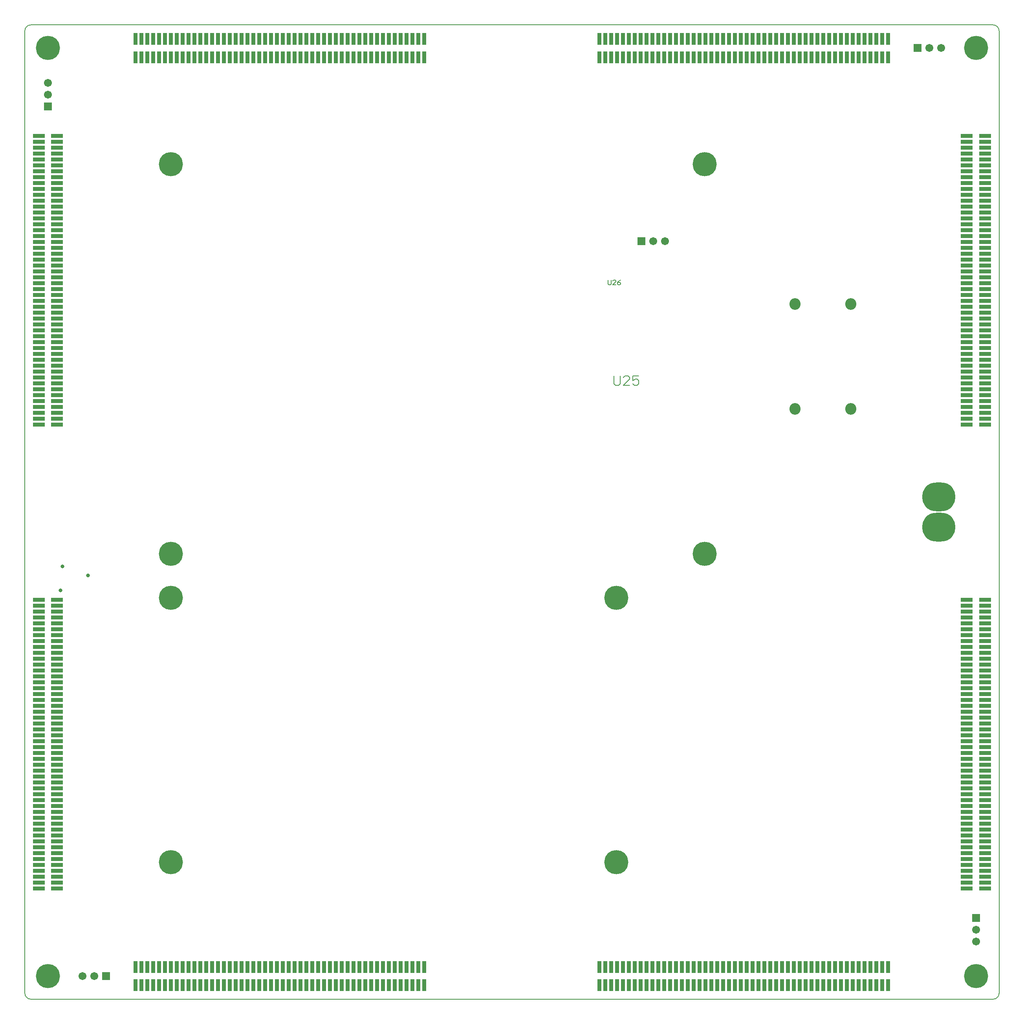
<source format=gbs>
G04 Layer_Color=16711935*
%FSLAX25Y25*%
%MOIN*%
G70*
G01*
G75*
%ADD43C,0.00787*%
%ADD46C,0.00600*%
%ADD65R,0.03713X0.10249*%
%ADD92C,0.20485*%
%ADD93O,0.28359X0.24422*%
%ADD94C,0.06706*%
%ADD95R,0.06706X0.06706*%
%ADD96R,0.06706X0.06706*%
%ADD97O,0.09461X0.09855*%
%ADD98C,0.03162*%
%ADD99R,0.10249X0.03713*%
D43*
X408386Y-413386D02*
G03*
X413386Y-408386I0J5000D01*
G01*
Y408386D02*
G03*
X408386Y413386I-5000J0D01*
G01*
X-408386D02*
G03*
X-413386Y408386I0J-5000D01*
G01*
Y-408386D02*
G03*
X-408386Y-413386I5000J0D01*
G01*
X408386D01*
X-413386Y-408386D02*
Y408386D01*
X-408386Y413386D02*
X408386D01*
X413386Y-408386D02*
Y408386D01*
X86642Y115372D02*
Y108812D01*
X87954Y107500D01*
X90578D01*
X91889Y108812D01*
Y115372D01*
X99761Y107500D02*
X94513D01*
X99761Y112748D01*
Y114060D01*
X98449Y115372D01*
X95825D01*
X94513Y114060D01*
X107632Y115372D02*
X102385D01*
Y111436D01*
X105008Y112748D01*
X106320D01*
X107632Y111436D01*
Y108812D01*
X106320Y107500D01*
X103697D01*
X102385Y108812D01*
D46*
X81500Y196999D02*
Y193667D01*
X82166Y193000D01*
X83499D01*
X84166Y193667D01*
Y196999D01*
X88165Y193000D02*
X85499D01*
X88165Y195666D01*
Y196332D01*
X87498Y196999D01*
X86165D01*
X85499Y196332D01*
X92163Y196999D02*
X90830Y196332D01*
X89497Y194999D01*
Y193667D01*
X90164Y193000D01*
X91497D01*
X92163Y193667D01*
Y194333D01*
X91497Y194999D01*
X89497D01*
D65*
X74350Y401378D02*
D03*
X79350D02*
D03*
X84350D02*
D03*
X89350D02*
D03*
X94350D02*
D03*
X99350D02*
D03*
X104350D02*
D03*
X109350D02*
D03*
X114350D02*
D03*
X119350D02*
D03*
X124350D02*
D03*
X129350D02*
D03*
X134350D02*
D03*
X139350D02*
D03*
X144350D02*
D03*
X149350D02*
D03*
X154350D02*
D03*
X159350D02*
D03*
X164350D02*
D03*
X169350D02*
D03*
X174350D02*
D03*
X179350D02*
D03*
X184350D02*
D03*
X189350D02*
D03*
X194350D02*
D03*
X199350D02*
D03*
X204350D02*
D03*
X209350D02*
D03*
X214350D02*
D03*
X219350D02*
D03*
X224350D02*
D03*
X229350D02*
D03*
X234350D02*
D03*
X239350D02*
D03*
X244350D02*
D03*
X249350D02*
D03*
X254350D02*
D03*
X259350D02*
D03*
X264350D02*
D03*
X269350D02*
D03*
X274350D02*
D03*
X279350D02*
D03*
X284350D02*
D03*
X289350D02*
D03*
X294350D02*
D03*
X299350D02*
D03*
X304350D02*
D03*
X309350D02*
D03*
X314350D02*
D03*
X319350D02*
D03*
X74350Y386024D02*
D03*
X79350D02*
D03*
X84350D02*
D03*
X89350D02*
D03*
X94350D02*
D03*
X99350D02*
D03*
X104350D02*
D03*
X109350D02*
D03*
X114350D02*
D03*
X119350D02*
D03*
X124350D02*
D03*
X129350D02*
D03*
X134350D02*
D03*
X139350D02*
D03*
X144350D02*
D03*
X149350D02*
D03*
X154350D02*
D03*
X159350D02*
D03*
X164350D02*
D03*
X169350D02*
D03*
X174350D02*
D03*
X179350D02*
D03*
X184350D02*
D03*
X189350D02*
D03*
X194350D02*
D03*
X199350D02*
D03*
X204350D02*
D03*
X209350D02*
D03*
X214350D02*
D03*
X219350D02*
D03*
X224350D02*
D03*
X229350D02*
D03*
X234350D02*
D03*
X239350D02*
D03*
X244350D02*
D03*
X249350D02*
D03*
X254350D02*
D03*
X259350D02*
D03*
X264350D02*
D03*
X269350D02*
D03*
X274350D02*
D03*
X279350D02*
D03*
X284350D02*
D03*
X289350D02*
D03*
X294350D02*
D03*
X299350D02*
D03*
X304350D02*
D03*
X309350D02*
D03*
X314350D02*
D03*
X319350D02*
D03*
X-74350Y386024D02*
D03*
X-79350D02*
D03*
X-84350D02*
D03*
X-89350D02*
D03*
X-94350D02*
D03*
X-99350D02*
D03*
X-104350D02*
D03*
X-109350D02*
D03*
X-114350D02*
D03*
X-119350D02*
D03*
X-124350D02*
D03*
X-129350D02*
D03*
X-134350D02*
D03*
X-139350D02*
D03*
X-144350D02*
D03*
X-149350D02*
D03*
X-154350D02*
D03*
X-159350D02*
D03*
X-164350D02*
D03*
X-169350D02*
D03*
X-174350D02*
D03*
X-179350D02*
D03*
X-184350D02*
D03*
X-189350D02*
D03*
X-194350D02*
D03*
X-199350D02*
D03*
X-204350D02*
D03*
X-209350D02*
D03*
X-214350D02*
D03*
X-219350D02*
D03*
X-224350D02*
D03*
X-229350D02*
D03*
X-234350D02*
D03*
X-239350D02*
D03*
X-244350D02*
D03*
X-249350D02*
D03*
X-254350D02*
D03*
X-259350D02*
D03*
X-264350D02*
D03*
X-269350D02*
D03*
X-274350D02*
D03*
X-279350D02*
D03*
X-284350D02*
D03*
X-289350D02*
D03*
X-294350D02*
D03*
X-299350D02*
D03*
X-304350D02*
D03*
X-309350D02*
D03*
X-314350D02*
D03*
X-319350D02*
D03*
X-74350Y401378D02*
D03*
X-79350D02*
D03*
X-84350D02*
D03*
X-89350D02*
D03*
X-94350D02*
D03*
X-99350D02*
D03*
X-104350D02*
D03*
X-109350D02*
D03*
X-114350D02*
D03*
X-119350D02*
D03*
X-124350D02*
D03*
X-129350D02*
D03*
X-134350D02*
D03*
X-139350D02*
D03*
X-144350D02*
D03*
X-149350D02*
D03*
X-154350D02*
D03*
X-159350D02*
D03*
X-164350D02*
D03*
X-169350D02*
D03*
X-174350D02*
D03*
X-179350D02*
D03*
X-184350D02*
D03*
X-189350D02*
D03*
X-194350D02*
D03*
X-199350D02*
D03*
X-204350D02*
D03*
X-209350D02*
D03*
X-214350D02*
D03*
X-219350D02*
D03*
X-224350D02*
D03*
X-229350D02*
D03*
X-234350D02*
D03*
X-239350D02*
D03*
X-244350D02*
D03*
X-249350D02*
D03*
X-254350D02*
D03*
X-259350D02*
D03*
X-264350D02*
D03*
X-269350D02*
D03*
X-274350D02*
D03*
X-279350D02*
D03*
X-284350D02*
D03*
X-289350D02*
D03*
X-294350D02*
D03*
X-299350D02*
D03*
X-304350D02*
D03*
X-309350D02*
D03*
X-314350D02*
D03*
X-319350D02*
D03*
X-74350Y-401378D02*
D03*
X-79350D02*
D03*
X-84350D02*
D03*
X-89350D02*
D03*
X-94350D02*
D03*
X-99350D02*
D03*
X-104350D02*
D03*
X-109350D02*
D03*
X-114350D02*
D03*
X-119350D02*
D03*
X-124350D02*
D03*
X-129350D02*
D03*
X-134350D02*
D03*
X-139350D02*
D03*
X-144350D02*
D03*
X-149350D02*
D03*
X-154350D02*
D03*
X-159350D02*
D03*
X-164350D02*
D03*
X-169350D02*
D03*
X-174350D02*
D03*
X-179350D02*
D03*
X-184350D02*
D03*
X-189350D02*
D03*
X-194350D02*
D03*
X-199350D02*
D03*
X-204350D02*
D03*
X-209350D02*
D03*
X-214350D02*
D03*
X-219350D02*
D03*
X-224350D02*
D03*
X-229350D02*
D03*
X-234350D02*
D03*
X-239350D02*
D03*
X-244350D02*
D03*
X-249350D02*
D03*
X-254350D02*
D03*
X-259350D02*
D03*
X-264350D02*
D03*
X-269350D02*
D03*
X-274350D02*
D03*
X-279350D02*
D03*
X-284350D02*
D03*
X-289350D02*
D03*
X-294350D02*
D03*
X-299350D02*
D03*
X-304350D02*
D03*
X-309350D02*
D03*
X-314350D02*
D03*
X-319350D02*
D03*
X-74350Y-386024D02*
D03*
X-79350D02*
D03*
X-84350D02*
D03*
X-89350D02*
D03*
X-94350D02*
D03*
X-99350D02*
D03*
X-104350D02*
D03*
X-109350D02*
D03*
X-114350D02*
D03*
X-119350D02*
D03*
X-124350D02*
D03*
X-129350D02*
D03*
X-134350D02*
D03*
X-139350D02*
D03*
X-144350D02*
D03*
X-149350D02*
D03*
X-154350D02*
D03*
X-159350D02*
D03*
X-164350D02*
D03*
X-169350D02*
D03*
X-174350D02*
D03*
X-179350D02*
D03*
X-184350D02*
D03*
X-189350D02*
D03*
X-194350D02*
D03*
X-199350D02*
D03*
X-204350D02*
D03*
X-209350D02*
D03*
X-214350D02*
D03*
X-219350D02*
D03*
X-224350D02*
D03*
X-229350D02*
D03*
X-234350D02*
D03*
X-239350D02*
D03*
X-244350D02*
D03*
X-249350D02*
D03*
X-254350D02*
D03*
X-259350D02*
D03*
X-264350D02*
D03*
X-269350D02*
D03*
X-274350D02*
D03*
X-279350D02*
D03*
X-284350D02*
D03*
X-289350D02*
D03*
X-294350D02*
D03*
X-299350D02*
D03*
X-304350D02*
D03*
X-309350D02*
D03*
X-314350D02*
D03*
X-319350D02*
D03*
X74350D02*
D03*
X79350D02*
D03*
X84350D02*
D03*
X89350D02*
D03*
X94350D02*
D03*
X99350D02*
D03*
X104350D02*
D03*
X109350D02*
D03*
X114350D02*
D03*
X119350D02*
D03*
X124350D02*
D03*
X129350D02*
D03*
X134350D02*
D03*
X139350D02*
D03*
X144350D02*
D03*
X149350D02*
D03*
X154350D02*
D03*
X159350D02*
D03*
X164350D02*
D03*
X169350D02*
D03*
X174350D02*
D03*
X179350D02*
D03*
X184350D02*
D03*
X189350D02*
D03*
X194350D02*
D03*
X199350D02*
D03*
X204350D02*
D03*
X209350D02*
D03*
X214350D02*
D03*
X219350D02*
D03*
X224350D02*
D03*
X229350D02*
D03*
X234350D02*
D03*
X239350D02*
D03*
X244350D02*
D03*
X249350D02*
D03*
X254350D02*
D03*
X259350D02*
D03*
X264350D02*
D03*
X269350D02*
D03*
X274350D02*
D03*
X279350D02*
D03*
X284350D02*
D03*
X289350D02*
D03*
X294350D02*
D03*
X299350D02*
D03*
X304350D02*
D03*
X309350D02*
D03*
X314350D02*
D03*
X319350D02*
D03*
X74350Y-401378D02*
D03*
X79350D02*
D03*
X84350D02*
D03*
X89350D02*
D03*
X94350D02*
D03*
X99350D02*
D03*
X104350D02*
D03*
X109350D02*
D03*
X114350D02*
D03*
X119350D02*
D03*
X124350D02*
D03*
X129350D02*
D03*
X134350D02*
D03*
X139350D02*
D03*
X144350D02*
D03*
X149350D02*
D03*
X154350D02*
D03*
X159350D02*
D03*
X164350D02*
D03*
X169350D02*
D03*
X174350D02*
D03*
X179350D02*
D03*
X184350D02*
D03*
X189350D02*
D03*
X194350D02*
D03*
X199350D02*
D03*
X204350D02*
D03*
X209350D02*
D03*
X214350D02*
D03*
X219350D02*
D03*
X224350D02*
D03*
X229350D02*
D03*
X234350D02*
D03*
X239350D02*
D03*
X244350D02*
D03*
X249350D02*
D03*
X254350D02*
D03*
X259350D02*
D03*
X264350D02*
D03*
X269350D02*
D03*
X274350D02*
D03*
X279350D02*
D03*
X284350D02*
D03*
X289350D02*
D03*
X294350D02*
D03*
X299350D02*
D03*
X304350D02*
D03*
X309350D02*
D03*
X314350D02*
D03*
X319350D02*
D03*
D92*
X-289370Y-297244D02*
D03*
X88583D02*
D03*
Y-72835D02*
D03*
X-289370D02*
D03*
X163386Y295276D02*
D03*
Y-35433D02*
D03*
X-289370D02*
D03*
Y295276D02*
D03*
X-393701Y-393701D02*
D03*
X393701D02*
D03*
X-393701Y393701D02*
D03*
X393701D02*
D03*
D93*
X362205Y-12795D02*
D03*
Y12795D02*
D03*
D94*
X393701Y-364331D02*
D03*
Y-354331D02*
D03*
X130000Y230000D02*
D03*
X120000D02*
D03*
X364331Y393701D02*
D03*
X354331D02*
D03*
X-364331Y-393701D02*
D03*
X-354331D02*
D03*
X-393701Y364331D02*
D03*
Y354331D02*
D03*
D95*
X393701Y-344331D02*
D03*
X-393701Y344331D02*
D03*
D96*
X110000Y230000D02*
D03*
X344331Y393701D02*
D03*
X-344331Y-393701D02*
D03*
D97*
X287402Y87402D02*
D03*
Y176378D02*
D03*
X240158Y87402D02*
D03*
Y176378D02*
D03*
D98*
X-359900Y-53900D02*
D03*
X-381400Y-46000D02*
D03*
X-383100Y-66500D02*
D03*
D99*
X386024Y74350D02*
D03*
Y79350D02*
D03*
Y84350D02*
D03*
Y89350D02*
D03*
Y94350D02*
D03*
Y99350D02*
D03*
Y104350D02*
D03*
Y109350D02*
D03*
Y114350D02*
D03*
Y119350D02*
D03*
Y124350D02*
D03*
Y129350D02*
D03*
Y134350D02*
D03*
Y139350D02*
D03*
Y144350D02*
D03*
Y149350D02*
D03*
Y154350D02*
D03*
Y159350D02*
D03*
Y164350D02*
D03*
Y169350D02*
D03*
Y174350D02*
D03*
Y179350D02*
D03*
Y184350D02*
D03*
Y189350D02*
D03*
Y194350D02*
D03*
Y199350D02*
D03*
Y204350D02*
D03*
Y209350D02*
D03*
Y214350D02*
D03*
Y219350D02*
D03*
Y224350D02*
D03*
Y229350D02*
D03*
Y234350D02*
D03*
Y239350D02*
D03*
Y244350D02*
D03*
Y249350D02*
D03*
Y254350D02*
D03*
Y259350D02*
D03*
Y264350D02*
D03*
Y269350D02*
D03*
Y274350D02*
D03*
Y279350D02*
D03*
Y284350D02*
D03*
Y289350D02*
D03*
Y294350D02*
D03*
Y299350D02*
D03*
Y304350D02*
D03*
Y309350D02*
D03*
Y314350D02*
D03*
Y319350D02*
D03*
X401378Y74350D02*
D03*
Y79350D02*
D03*
Y84350D02*
D03*
Y89350D02*
D03*
Y94350D02*
D03*
Y99350D02*
D03*
Y104350D02*
D03*
Y109350D02*
D03*
Y114350D02*
D03*
Y119350D02*
D03*
Y124350D02*
D03*
Y129350D02*
D03*
Y134350D02*
D03*
Y139350D02*
D03*
Y144350D02*
D03*
Y149350D02*
D03*
Y154350D02*
D03*
Y159350D02*
D03*
Y164350D02*
D03*
Y169350D02*
D03*
Y174350D02*
D03*
Y179350D02*
D03*
Y184350D02*
D03*
Y189350D02*
D03*
Y194350D02*
D03*
Y199350D02*
D03*
Y204350D02*
D03*
Y209350D02*
D03*
Y214350D02*
D03*
Y219350D02*
D03*
Y224350D02*
D03*
Y229350D02*
D03*
Y234350D02*
D03*
Y239350D02*
D03*
Y244350D02*
D03*
Y249350D02*
D03*
Y254350D02*
D03*
Y259350D02*
D03*
Y264350D02*
D03*
Y269350D02*
D03*
Y274350D02*
D03*
Y279350D02*
D03*
Y284350D02*
D03*
Y289350D02*
D03*
Y294350D02*
D03*
Y299350D02*
D03*
Y304350D02*
D03*
Y309350D02*
D03*
Y314350D02*
D03*
Y319350D02*
D03*
X-401378Y74350D02*
D03*
Y79350D02*
D03*
Y84350D02*
D03*
Y89350D02*
D03*
Y94350D02*
D03*
Y99350D02*
D03*
Y104350D02*
D03*
Y109350D02*
D03*
Y114350D02*
D03*
Y119350D02*
D03*
Y124350D02*
D03*
Y129350D02*
D03*
Y134350D02*
D03*
Y139350D02*
D03*
Y144350D02*
D03*
Y149350D02*
D03*
Y154350D02*
D03*
Y159350D02*
D03*
Y164350D02*
D03*
Y169350D02*
D03*
Y174350D02*
D03*
Y179350D02*
D03*
Y184350D02*
D03*
Y189350D02*
D03*
Y194350D02*
D03*
Y199350D02*
D03*
Y204350D02*
D03*
Y209350D02*
D03*
Y214350D02*
D03*
Y219350D02*
D03*
Y224350D02*
D03*
Y229350D02*
D03*
Y234350D02*
D03*
Y239350D02*
D03*
Y244350D02*
D03*
Y249350D02*
D03*
Y254350D02*
D03*
Y259350D02*
D03*
Y264350D02*
D03*
Y269350D02*
D03*
Y274350D02*
D03*
Y279350D02*
D03*
Y284350D02*
D03*
Y289350D02*
D03*
Y294350D02*
D03*
Y299350D02*
D03*
Y304350D02*
D03*
Y309350D02*
D03*
Y314350D02*
D03*
Y319350D02*
D03*
X-386024Y74350D02*
D03*
Y79350D02*
D03*
Y84350D02*
D03*
Y89350D02*
D03*
Y94350D02*
D03*
Y99350D02*
D03*
Y104350D02*
D03*
Y109350D02*
D03*
Y114350D02*
D03*
Y119350D02*
D03*
Y124350D02*
D03*
Y129350D02*
D03*
Y134350D02*
D03*
Y139350D02*
D03*
Y144350D02*
D03*
Y149350D02*
D03*
Y154350D02*
D03*
Y159350D02*
D03*
Y164350D02*
D03*
Y169350D02*
D03*
Y174350D02*
D03*
Y179350D02*
D03*
Y184350D02*
D03*
Y189350D02*
D03*
Y194350D02*
D03*
Y199350D02*
D03*
Y204350D02*
D03*
Y209350D02*
D03*
Y214350D02*
D03*
Y219350D02*
D03*
Y224350D02*
D03*
Y229350D02*
D03*
Y234350D02*
D03*
Y239350D02*
D03*
Y244350D02*
D03*
Y249350D02*
D03*
Y254350D02*
D03*
Y259350D02*
D03*
Y264350D02*
D03*
Y269350D02*
D03*
Y274350D02*
D03*
Y279350D02*
D03*
Y284350D02*
D03*
Y289350D02*
D03*
Y294350D02*
D03*
Y299350D02*
D03*
Y304350D02*
D03*
Y309350D02*
D03*
Y314350D02*
D03*
Y319350D02*
D03*
Y-74350D02*
D03*
Y-79350D02*
D03*
Y-84350D02*
D03*
Y-89350D02*
D03*
Y-94350D02*
D03*
Y-99350D02*
D03*
Y-104350D02*
D03*
Y-109350D02*
D03*
Y-114350D02*
D03*
Y-119350D02*
D03*
Y-124350D02*
D03*
Y-129350D02*
D03*
Y-134350D02*
D03*
Y-139350D02*
D03*
Y-144350D02*
D03*
Y-149350D02*
D03*
Y-154350D02*
D03*
Y-159350D02*
D03*
Y-164350D02*
D03*
Y-169350D02*
D03*
Y-174350D02*
D03*
Y-179350D02*
D03*
Y-184350D02*
D03*
Y-189350D02*
D03*
Y-194350D02*
D03*
Y-199350D02*
D03*
Y-204350D02*
D03*
Y-209350D02*
D03*
Y-214350D02*
D03*
Y-219350D02*
D03*
Y-224350D02*
D03*
Y-229350D02*
D03*
Y-234350D02*
D03*
Y-239350D02*
D03*
Y-244350D02*
D03*
Y-249350D02*
D03*
Y-254350D02*
D03*
Y-259350D02*
D03*
Y-264350D02*
D03*
Y-269350D02*
D03*
Y-274350D02*
D03*
Y-279350D02*
D03*
Y-284350D02*
D03*
Y-289350D02*
D03*
Y-294350D02*
D03*
Y-299350D02*
D03*
Y-304350D02*
D03*
Y-309350D02*
D03*
Y-314350D02*
D03*
Y-319350D02*
D03*
X-401378Y-74350D02*
D03*
Y-79350D02*
D03*
Y-84350D02*
D03*
Y-89350D02*
D03*
Y-94350D02*
D03*
Y-99350D02*
D03*
Y-104350D02*
D03*
Y-109350D02*
D03*
Y-114350D02*
D03*
Y-119350D02*
D03*
Y-124350D02*
D03*
Y-129350D02*
D03*
Y-134350D02*
D03*
Y-139350D02*
D03*
Y-144350D02*
D03*
Y-149350D02*
D03*
Y-154350D02*
D03*
Y-159350D02*
D03*
Y-164350D02*
D03*
Y-169350D02*
D03*
Y-174350D02*
D03*
Y-179350D02*
D03*
Y-184350D02*
D03*
Y-189350D02*
D03*
Y-194350D02*
D03*
Y-199350D02*
D03*
Y-204350D02*
D03*
Y-209350D02*
D03*
Y-214350D02*
D03*
Y-219350D02*
D03*
Y-224350D02*
D03*
Y-229350D02*
D03*
Y-234350D02*
D03*
Y-239350D02*
D03*
Y-244350D02*
D03*
Y-249350D02*
D03*
Y-254350D02*
D03*
Y-259350D02*
D03*
Y-264350D02*
D03*
Y-269350D02*
D03*
Y-274350D02*
D03*
Y-279350D02*
D03*
Y-284350D02*
D03*
Y-289350D02*
D03*
Y-294350D02*
D03*
Y-299350D02*
D03*
Y-304350D02*
D03*
Y-309350D02*
D03*
Y-314350D02*
D03*
Y-319350D02*
D03*
X401378Y-74350D02*
D03*
Y-79350D02*
D03*
Y-84350D02*
D03*
Y-89350D02*
D03*
Y-94350D02*
D03*
Y-99350D02*
D03*
Y-104350D02*
D03*
Y-109350D02*
D03*
Y-114350D02*
D03*
Y-119350D02*
D03*
Y-124350D02*
D03*
Y-129350D02*
D03*
Y-134350D02*
D03*
Y-139350D02*
D03*
Y-144350D02*
D03*
Y-149350D02*
D03*
Y-154350D02*
D03*
Y-159350D02*
D03*
Y-164350D02*
D03*
Y-169350D02*
D03*
Y-174350D02*
D03*
Y-179350D02*
D03*
Y-184350D02*
D03*
Y-189350D02*
D03*
Y-194350D02*
D03*
Y-199350D02*
D03*
Y-204350D02*
D03*
Y-209350D02*
D03*
Y-214350D02*
D03*
Y-219350D02*
D03*
Y-224350D02*
D03*
Y-229350D02*
D03*
Y-234350D02*
D03*
Y-239350D02*
D03*
Y-244350D02*
D03*
Y-249350D02*
D03*
Y-254350D02*
D03*
Y-259350D02*
D03*
Y-264350D02*
D03*
Y-269350D02*
D03*
Y-274350D02*
D03*
Y-279350D02*
D03*
Y-284350D02*
D03*
Y-289350D02*
D03*
Y-294350D02*
D03*
Y-299350D02*
D03*
Y-304350D02*
D03*
Y-309350D02*
D03*
Y-314350D02*
D03*
Y-319350D02*
D03*
X386024Y-74350D02*
D03*
Y-79350D02*
D03*
Y-84350D02*
D03*
Y-89350D02*
D03*
Y-94350D02*
D03*
Y-99350D02*
D03*
Y-104350D02*
D03*
Y-109350D02*
D03*
Y-114350D02*
D03*
Y-119350D02*
D03*
Y-124350D02*
D03*
Y-129350D02*
D03*
Y-134350D02*
D03*
Y-139350D02*
D03*
Y-144350D02*
D03*
Y-149350D02*
D03*
Y-154350D02*
D03*
Y-159350D02*
D03*
Y-164350D02*
D03*
Y-169350D02*
D03*
Y-174350D02*
D03*
Y-179350D02*
D03*
Y-184350D02*
D03*
Y-189350D02*
D03*
Y-194350D02*
D03*
Y-199350D02*
D03*
Y-204350D02*
D03*
Y-209350D02*
D03*
Y-214350D02*
D03*
Y-219350D02*
D03*
Y-224350D02*
D03*
Y-229350D02*
D03*
Y-234350D02*
D03*
Y-239350D02*
D03*
Y-244350D02*
D03*
Y-249350D02*
D03*
Y-254350D02*
D03*
Y-259350D02*
D03*
Y-264350D02*
D03*
Y-269350D02*
D03*
Y-274350D02*
D03*
Y-279350D02*
D03*
Y-284350D02*
D03*
Y-289350D02*
D03*
Y-294350D02*
D03*
Y-299350D02*
D03*
Y-304350D02*
D03*
Y-309350D02*
D03*
Y-314350D02*
D03*
Y-319350D02*
D03*
M02*

</source>
